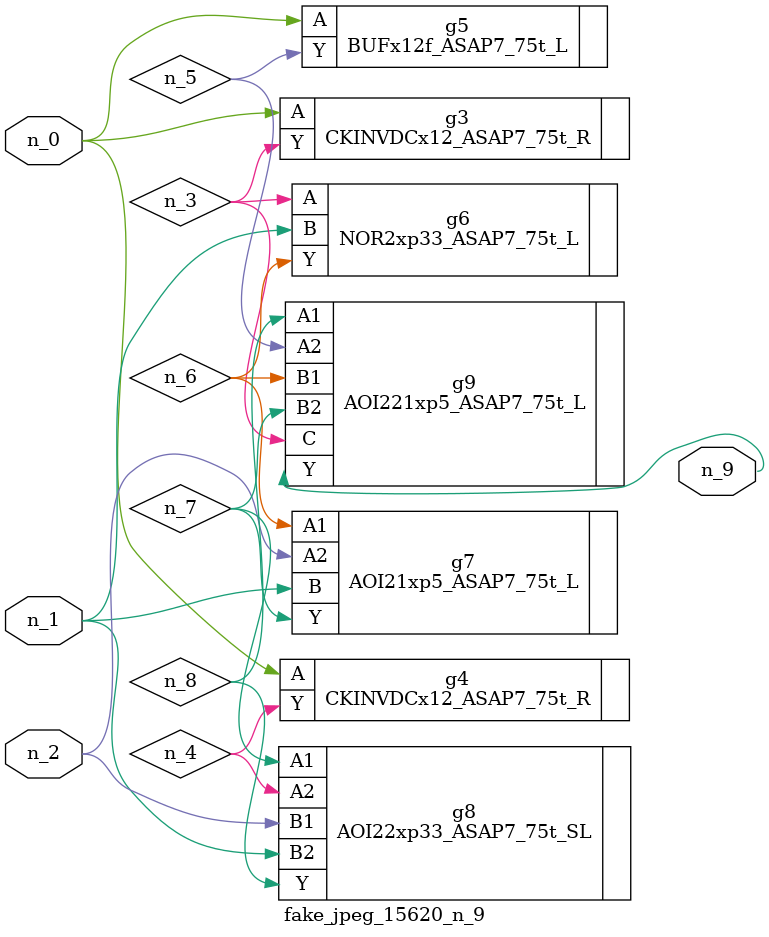
<source format=v>
module fake_jpeg_15620_n_9 (n_0, n_2, n_1, n_9);

input n_0;
input n_2;
input n_1;

output n_9;

wire n_3;
wire n_4;
wire n_8;
wire n_6;
wire n_5;
wire n_7;

CKINVDCx12_ASAP7_75t_R g3 ( 
.A(n_0),
.Y(n_3)
);

CKINVDCx12_ASAP7_75t_R g4 ( 
.A(n_0),
.Y(n_4)
);

BUFx12f_ASAP7_75t_L g5 ( 
.A(n_0),
.Y(n_5)
);

NOR2xp33_ASAP7_75t_L g6 ( 
.A(n_3),
.B(n_1),
.Y(n_6)
);

AOI21xp5_ASAP7_75t_L g7 ( 
.A1(n_6),
.A2(n_2),
.B(n_1),
.Y(n_7)
);

AOI22xp33_ASAP7_75t_SL g8 ( 
.A1(n_7),
.A2(n_4),
.B1(n_2),
.B2(n_1),
.Y(n_8)
);

AOI221xp5_ASAP7_75t_L g9 ( 
.A1(n_8),
.A2(n_5),
.B1(n_6),
.B2(n_7),
.C(n_3),
.Y(n_9)
);


endmodule
</source>
